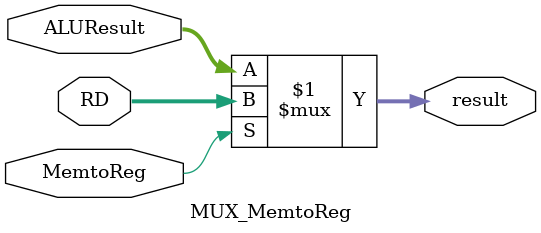
<source format=sv>
module MUX_MemtoReg(
input logic MemtoReg,
input logic[31:0] ALUResult, RD,
output logic[31:0] result);

assign result = MemtoReg ? RD : ALUResult;

endmodule

</source>
